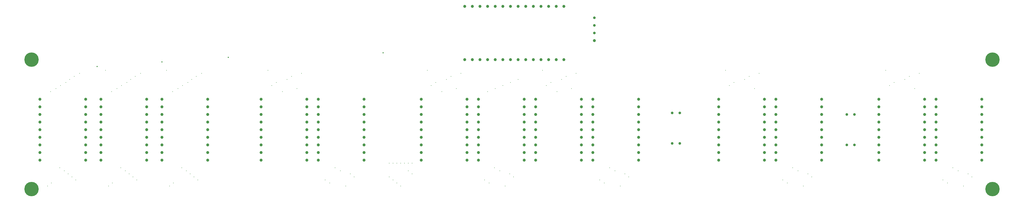
<source format=gbr>
G04 Generated by Ultiboard 14.1 *
%FSLAX34Y34*%
%MOMM*%

%ADD10C,0.0001*%
%ADD11C,0.2500*%
%ADD12C,0.4000*%
%ADD13C,4.8000*%
%ADD14C,1.0000*%
%ADD15C,0.8890*%
%ADD16C,0.9949*%


G04 ColorRGB 000000 for the following layer *
%LNDrill-Copper Top-Copper Bottom*%
%LPD*%
G54D11*
X104140Y60960D03*
X307340Y60960D03*
X510540Y60960D03*
X1097280Y60960D03*
X1628140Y60960D03*
X2011680Y60960D03*
X2621280Y60960D03*
X3154680Y60960D03*
X116840Y71120D03*
X198120Y81280D03*
X320040Y71120D03*
X401320Y81280D03*
X523240Y71120D03*
X604520Y81280D03*
X1028700Y81280D03*
X1043940Y71120D03*
X1559560Y81280D03*
X1574800Y71120D03*
X1943100Y81280D03*
X1958340Y71120D03*
X2552700Y81280D03*
X2567940Y71120D03*
X3086100Y81280D03*
X3101340Y71120D03*
X172720Y101600D03*
X185420Y91440D03*
X375920Y101600D03*
X388620Y91440D03*
X579120Y101600D03*
X591820Y91440D03*
X1112520Y101600D03*
X1125220Y91440D03*
X1643380Y101600D03*
X1656080Y91440D03*
X2026920Y101600D03*
X2039620Y91440D03*
X2636520Y101600D03*
X2649220Y91440D03*
X3169920Y101600D03*
X3182620Y91440D03*
X144780Y121920D03*
X160020Y111760D03*
X347980Y121920D03*
X363220Y111760D03*
X551180Y121920D03*
X566420Y111760D03*
X1061720Y121920D03*
X1079500Y111760D03*
X1592580Y121920D03*
X1610360Y111760D03*
X1976120Y121920D03*
X1993900Y111760D03*
X2585720Y121920D03*
X2603500Y111760D03*
X3119120Y121920D03*
X3136900Y111760D03*
X114300Y375920D03*
X132080Y386080D03*
X317500Y375920D03*
X335280Y386080D03*
X520700Y375920D03*
X538480Y386080D03*
X886460Y375920D03*
X934720Y386080D03*
X1417320Y375920D03*
X1465580Y386080D03*
X1800860Y375920D03*
X1849120Y386080D03*
X2458720Y386080D03*
X2992120Y386080D03*
X165100Y406400D03*
X147320Y396240D03*
X350520Y396240D03*
X368300Y406400D03*
X553720Y396240D03*
X571500Y406400D03*
X866140Y406400D03*
X850900Y396240D03*
X1381760Y396240D03*
X1397000Y406400D03*
X1765300Y396240D03*
X1780540Y406400D03*
X2374900Y396240D03*
X2390140Y406400D03*
X2923540Y406400D03*
X2908300Y396240D03*
X177800Y416560D03*
X193040Y426720D03*
X381000Y416560D03*
X396240Y426720D03*
X584200Y416560D03*
X599440Y426720D03*
X901700Y416560D03*
X916940Y426720D03*
X1432560Y416560D03*
X1447800Y426720D03*
X1816100Y416560D03*
X1831340Y426720D03*
X2425700Y416560D03*
X2440940Y426720D03*
X2959100Y416560D03*
X2974340Y426720D03*
X210820Y436880D03*
X297180Y447040D03*
X414020Y436880D03*
X500380Y447040D03*
X617220Y436880D03*
X838200Y447040D03*
X949960Y436880D03*
X1369060Y447040D03*
X1480820Y436880D03*
X1752600Y447040D03*
X1864360Y436880D03*
X2362200Y447040D03*
X2473960Y436880D03*
X2895600Y447040D03*
X3007360Y436880D03*
X1569720Y375920D03*
X1595120Y386080D03*
X1620520Y396240D03*
X1645920Y406400D03*
X1671320Y416560D03*
X1242060Y137160D03*
X1254760Y137160D03*
X1267460Y137160D03*
X1280160Y137160D03*
X1292860Y137160D03*
X1305560Y137160D03*
X1318260Y137160D03*
X1242060Y91440D03*
X1254760Y81280D03*
X1267460Y71120D03*
X1280160Y60960D03*
X1305560Y111760D03*
X1318260Y101600D03*
G54D12*
X269240Y459740D03*
X706120Y490220D03*
X1221740Y505460D03*
X485140Y474980D03*
G54D13*
X50800Y482600D03*
X50800Y50800D03*
X3251200Y482600D03*
X3251200Y50800D03*
G54D14*
X3063240Y147320D03*
X3215640Y147320D03*
X3063240Y172720D03*
X3215640Y172720D03*
X3063240Y198120D03*
X3215640Y198120D03*
X3063240Y223520D03*
X3215640Y223520D03*
X3063240Y248920D03*
X3215640Y248920D03*
X3063240Y274320D03*
X3215640Y274320D03*
X3063240Y299720D03*
X3215640Y299720D03*
X3063240Y325120D03*
X3215640Y325120D03*
X3063240Y350520D03*
X3215640Y350520D03*
X2872740Y147320D03*
X3025140Y147320D03*
X2872740Y172720D03*
X3025140Y172720D03*
X2872740Y198120D03*
X3025140Y198120D03*
X2872740Y223520D03*
X3025140Y223520D03*
X2872740Y248920D03*
X3025140Y248920D03*
X2872740Y274320D03*
X3025140Y274320D03*
X2872740Y299720D03*
X3025140Y299720D03*
X2872740Y325120D03*
X3025140Y325120D03*
X2872740Y350520D03*
X3025140Y350520D03*
X2529840Y147320D03*
X2682240Y147320D03*
X2529840Y172720D03*
X2682240Y172720D03*
X2529840Y198120D03*
X2682240Y198120D03*
X2529840Y223520D03*
X2682240Y223520D03*
X2529840Y248920D03*
X2682240Y248920D03*
X2529840Y274320D03*
X2682240Y274320D03*
X2529840Y299720D03*
X2682240Y299720D03*
X2529840Y325120D03*
X2682240Y325120D03*
X2529840Y350520D03*
X2682240Y350520D03*
X2339340Y147320D03*
X2491740Y147320D03*
X2339340Y172720D03*
X2491740Y172720D03*
X2339340Y198120D03*
X2491740Y198120D03*
X2339340Y223520D03*
X2491740Y223520D03*
X2339340Y248920D03*
X2491740Y248920D03*
X2339340Y274320D03*
X2491740Y274320D03*
X2339340Y299720D03*
X2491740Y299720D03*
X2339340Y325120D03*
X2491740Y325120D03*
X2339340Y350520D03*
X2491740Y350520D03*
X1920240Y147320D03*
X2072640Y147320D03*
X1920240Y172720D03*
X2072640Y172720D03*
X1920240Y198120D03*
X2072640Y198120D03*
X1920240Y223520D03*
X2072640Y223520D03*
X1920240Y248920D03*
X2072640Y248920D03*
X1920240Y274320D03*
X2072640Y274320D03*
X1920240Y299720D03*
X2072640Y299720D03*
X1920240Y325120D03*
X2072640Y325120D03*
X1920240Y350520D03*
X2072640Y350520D03*
X1348740Y147320D03*
X1501140Y147320D03*
X1348740Y172720D03*
X1501140Y172720D03*
X1348740Y198120D03*
X1501140Y198120D03*
X1348740Y223520D03*
X1501140Y223520D03*
X1348740Y248920D03*
X1501140Y248920D03*
X1348740Y274320D03*
X1501140Y274320D03*
X1348740Y299720D03*
X1501140Y299720D03*
X1348740Y325120D03*
X1501140Y325120D03*
X1348740Y350520D03*
X1501140Y350520D03*
X1005840Y147320D03*
X1158240Y147320D03*
X1005840Y172720D03*
X1158240Y172720D03*
X1005840Y198120D03*
X1158240Y198120D03*
X1005840Y223520D03*
X1158240Y223520D03*
X1005840Y248920D03*
X1158240Y248920D03*
X1005840Y274320D03*
X1158240Y274320D03*
X1005840Y299720D03*
X1158240Y299720D03*
X1005840Y325120D03*
X1158240Y325120D03*
X1005840Y350520D03*
X1158240Y350520D03*
X815340Y147320D03*
X967740Y147320D03*
X815340Y172720D03*
X967740Y172720D03*
X815340Y198120D03*
X967740Y198120D03*
X815340Y223520D03*
X967740Y223520D03*
X815340Y248920D03*
X967740Y248920D03*
X815340Y274320D03*
X967740Y274320D03*
X815340Y299720D03*
X967740Y299720D03*
X815340Y325120D03*
X967740Y325120D03*
X815340Y350520D03*
X967740Y350520D03*
X1729740Y147320D03*
X1882140Y147320D03*
X1729740Y172720D03*
X1882140Y172720D03*
X1729740Y198120D03*
X1882140Y198120D03*
X1729740Y223520D03*
X1882140Y223520D03*
X1729740Y248920D03*
X1882140Y248920D03*
X1729740Y274320D03*
X1882140Y274320D03*
X1729740Y299720D03*
X1882140Y299720D03*
X1729740Y325120D03*
X1882140Y325120D03*
X1729740Y350520D03*
X1882140Y350520D03*
X1539240Y147320D03*
X1691640Y147320D03*
X1539240Y172720D03*
X1691640Y172720D03*
X1539240Y198120D03*
X1691640Y198120D03*
X1539240Y223520D03*
X1691640Y223520D03*
X1539240Y248920D03*
X1691640Y248920D03*
X1539240Y274320D03*
X1691640Y274320D03*
X1539240Y299720D03*
X1691640Y299720D03*
X1539240Y325120D03*
X1691640Y325120D03*
X1539240Y350520D03*
X1691640Y350520D03*
X485140Y147330D03*
X637540Y147330D03*
X485140Y172730D03*
X637540Y172730D03*
X485140Y198130D03*
X637540Y198130D03*
X485140Y223530D03*
X637540Y223530D03*
X485140Y248930D03*
X637540Y248930D03*
X485140Y274330D03*
X637540Y274330D03*
X485140Y299730D03*
X637540Y299730D03*
X485140Y325130D03*
X637540Y325130D03*
X485140Y350530D03*
X637540Y350530D03*
X281940Y147330D03*
X434340Y147330D03*
X281940Y172730D03*
X434340Y172730D03*
X281940Y198130D03*
X434340Y198130D03*
X281940Y223530D03*
X434340Y223530D03*
X281940Y248930D03*
X434340Y248930D03*
X281940Y274330D03*
X434340Y274330D03*
X281940Y299730D03*
X434340Y299730D03*
X281940Y325130D03*
X434340Y325130D03*
X281940Y350530D03*
X434340Y350530D03*
X78740Y147330D03*
X231140Y147330D03*
X78740Y172730D03*
X231140Y172730D03*
X78740Y198130D03*
X231140Y198130D03*
X78740Y223530D03*
X231140Y223530D03*
X78740Y248930D03*
X231140Y248930D03*
X78740Y274330D03*
X231140Y274330D03*
X78740Y299730D03*
X231140Y299730D03*
X78740Y325130D03*
X231140Y325130D03*
X78740Y350530D03*
X231140Y350530D03*
X1645920Y660400D03*
X1823720Y660400D03*
X1823720Y482600D03*
X1747520Y482600D03*
X1722120Y482600D03*
X1696720Y482600D03*
X1671320Y482600D03*
X1645920Y482600D03*
X1620520Y482600D03*
X1595120Y482600D03*
X1696720Y660400D03*
X1544320Y482600D03*
X1518920Y482600D03*
X1493520Y482600D03*
X1493520Y660400D03*
X1518920Y660400D03*
X1544320Y660400D03*
X1569720Y660400D03*
X1798320Y660400D03*
X1772920Y660400D03*
X1747520Y660400D03*
X1722120Y660400D03*
X1671320Y660400D03*
X1620520Y660400D03*
X1772920Y482600D03*
X1798320Y482600D03*
X1569720Y482600D03*
X1595120Y660400D03*
G54D15*
X1925320Y571500D03*
X1925320Y622300D03*
X1925320Y596900D03*
X2209800Y304800D03*
X2184400Y304800D03*
X2209800Y203200D03*
X2184400Y203200D03*
X2791460Y299720D03*
X2766060Y299720D03*
X2791460Y198120D03*
X2766060Y198120D03*
G54D16*
X1925320Y546100D03*

M02*

</source>
